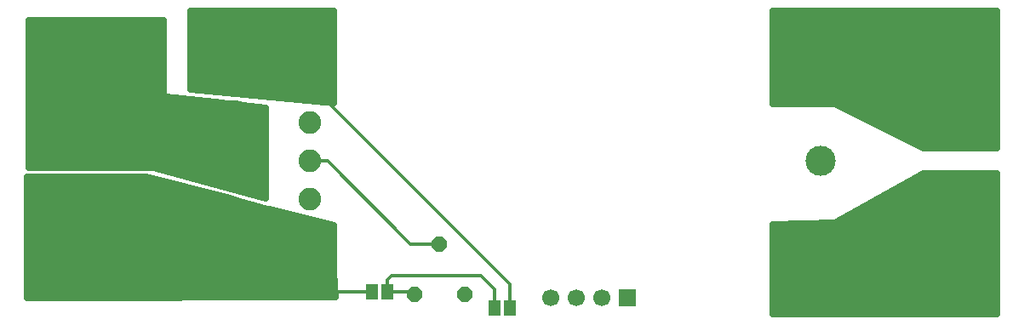
<source format=gbl>
G04 DipTrace 3.2.0.1*
G04 Bottom.GBL*
%MOIN*%
G04 #@! TF.FileFunction,Copper,L2,Bot*
G04 #@! TF.Part,Single*
%AMOUTLINE0*
4,1,8,
0.030488,-0.012629,
0.012629,-0.030488,
-0.012629,-0.030488,
-0.030488,-0.012629,
-0.030488,0.012629,
-0.012629,0.030488,
0.012629,0.030488,
0.030488,0.012629,
0.030488,-0.012629,
0*%
%AMOUTLINE1*
4,1,20,
0.0,0.070866,
0.027374,0.067398,
0.052068,0.057332,
0.071665,0.041654,
0.084247,0.021899,
0.088583,0.0,
0.084247,-0.021899,
0.071665,-0.041654,
0.052068,-0.057332,
0.027374,-0.067398,
0.0,-0.070866,
-0.027374,-0.067398,
-0.052068,-0.057332,
-0.071665,-0.041654,
-0.084247,-0.021899,
-0.088583,0.0,
-0.084247,0.021899,
-0.071665,0.041654,
-0.052068,0.057332,
-0.027374,0.067398,
0.0,0.070866,
0*%
G04 #@! TA.AperFunction,Conductor*
%ADD15C,0.012992*%
G04 #@! TA.AperFunction,CopperBalancing*
%ADD16C,0.025*%
G04 #@! TA.AperFunction,ComponentPad*
%ADD17R,0.066929X0.066929*%
%ADD18C,0.066929*%
%ADD19C,0.23622*%
%ADD20C,0.11811*%
%ADD21C,0.088583*%
%ADD22C,0.15*%
%ADD23C,0.062992*%
%ADD30R,0.046X0.063*%
G04 #@! TA.AperFunction,ComponentPad*
%ADD65OUTLINE0*%
%ADD66OUTLINE1*%
%FSLAX26Y26*%
G04*
G70*
G90*
G75*
G01*
G04 Bottom*
%LPD*%
X1953740Y81251D2*
D15*
Y172491D1*
X1169980Y956251D1*
Y356251D2*
Y209991D1*
X1236222Y143749D1*
X1416240D1*
X1169980Y656251D2*
X1241240D1*
X1566240Y331251D1*
X1678740D1*
X1476240Y143751D2*
Y191249D1*
X1491240Y206249D1*
X1841240D1*
X1893740Y153751D1*
Y81251D1*
X1476240Y143751D2*
X1570965D1*
X1580315Y134400D1*
X68759Y568882D2*
D16*
X620932D1*
X68759Y544013D2*
X717173D1*
X68759Y519144D2*
X813450D1*
X68759Y494276D2*
X906606D1*
X68759Y469407D2*
X996136D1*
X68759Y444538D2*
X1102247D1*
X68759Y419669D2*
X1198524D1*
X68759Y394801D2*
X1263726D1*
X68759Y369932D2*
X1263726D1*
X68759Y345063D2*
X1263726D1*
X68759Y320194D2*
X1263726D1*
X68759Y295325D2*
X1263726D1*
X68759Y270457D2*
X1263726D1*
X68759Y245588D2*
X1263726D1*
X68759Y220719D2*
X1263726D1*
X68759Y195850D2*
X1265052D1*
X68759Y170982D2*
X1266524D1*
X68759Y146113D2*
X1267996D1*
X68759Y121244D2*
X542597D1*
X532895Y592259D2*
X66257D1*
X66240Y118836D1*
X1271749Y124933D1*
X1266240Y218751D1*
Y402801D1*
X1015003Y467722D1*
X1009054Y467276D1*
X1004924Y467747D1*
X896685Y497728D1*
X857579Y508390D1*
X532900Y592265D1*
X2987508Y1218882D2*
X3857472D1*
X2987508Y1194013D2*
X3857472D1*
X2987508Y1169144D2*
X3857472D1*
X2987508Y1144276D2*
X3857472D1*
X2987508Y1119407D2*
X3857472D1*
X2987508Y1094538D2*
X3857472D1*
X2987508Y1069669D2*
X3857472D1*
X2987508Y1044801D2*
X3857472D1*
X2987508Y1019932D2*
X3857472D1*
X2987508Y995063D2*
X3857472D1*
X2987508Y970194D2*
X3857472D1*
X2987508Y945325D2*
X3857472D1*
X2987508Y920457D2*
X3857472D1*
X2987508Y895588D2*
X3857472D1*
X3248996Y870719D2*
X3857472D1*
X3298732Y845850D2*
X3857472D1*
X3348467Y820982D2*
X3857472D1*
X3398202Y796113D2*
X3857472D1*
X3447938Y771244D2*
X3857472D1*
X3497673Y746375D2*
X3857472D1*
X3547409Y721507D2*
X3857472D1*
X3859967Y1243751D2*
X2984958Y1243749D1*
X2984991Y881224D1*
X3224352Y881112D1*
X3227186Y880335D1*
X3575454Y706243D1*
X3859958Y706249D1*
X3859990Y1243747D1*
X3533307Y581382D2*
X3857472D1*
X3488379Y556513D2*
X3857472D1*
X3443453Y531644D2*
X3857472D1*
X3398525Y506776D2*
X3857472D1*
X3353598Y481907D2*
X3857472D1*
X3308672Y457038D2*
X3857472D1*
X3263744Y432169D2*
X3857472D1*
X3017184Y407301D2*
X3857472D1*
X2987508Y382432D2*
X3857472D1*
X2987508Y357563D2*
X3857472D1*
X2987508Y332694D2*
X3857472D1*
X2987508Y307825D2*
X3857472D1*
X2987508Y282957D2*
X3857472D1*
X2987508Y258088D2*
X3857472D1*
X2987508Y233219D2*
X3857472D1*
X2987508Y208350D2*
X3857472D1*
X2987508Y183482D2*
X3857472D1*
X2987508Y158613D2*
X3857472D1*
X2987508Y133744D2*
X3857472D1*
X2987508Y108875D2*
X3857472D1*
X2987508Y84007D2*
X3857472D1*
X2987508Y59138D2*
X3857472D1*
X3859990Y56273D2*
Y606234D1*
X3575720Y606251D1*
X3226759Y413252D1*
X3223898Y412580D1*
X2985000Y406558D1*
X2984991Y56226D1*
X3859958Y56249D1*
X706259Y1218882D2*
X1263743D1*
X706259Y1194013D2*
X1263743D1*
X706259Y1169144D2*
X1263743D1*
X706259Y1144276D2*
X1263743D1*
X706259Y1119407D2*
X1263743D1*
X706259Y1094538D2*
X1263743D1*
X706259Y1069669D2*
X1263743D1*
X706259Y1044801D2*
X1263743D1*
X706259Y1019932D2*
X1263743D1*
X706259Y995063D2*
X1263743D1*
X706259Y970194D2*
X1263743D1*
X706259Y945325D2*
X1263743D1*
X872331Y920457D2*
X1263743D1*
X1132096Y895588D2*
X1263743D1*
X1266217Y1243749D2*
X703747Y1243751D1*
X703740Y936343D1*
X1266215Y882505D1*
X1266240Y1243776D1*
X75008Y1181382D2*
X594993D1*
X75008Y1156513D2*
X594993D1*
X75008Y1131644D2*
X594993D1*
X75008Y1106776D2*
X594993D1*
X75008Y1081907D2*
X594993D1*
X75008Y1057038D2*
X594993D1*
X75008Y1032169D2*
X594993D1*
X75008Y1007301D2*
X594993D1*
X75008Y982432D2*
X594993D1*
X75008Y957563D2*
X594993D1*
X75008Y932694D2*
X594993D1*
X75008Y907825D2*
X601416D1*
X75008Y882957D2*
X819772D1*
X75008Y858088D2*
X994995D1*
X75008Y833219D2*
X994995D1*
X75008Y808350D2*
X994995D1*
X75008Y783482D2*
X994995D1*
X75008Y758613D2*
X994995D1*
X75008Y733744D2*
X994995D1*
X75008Y708875D2*
X994995D1*
X75008Y684007D2*
X994995D1*
X75008Y659138D2*
X994995D1*
X75008Y634269D2*
X994995D1*
X642839Y609400D2*
X994995D1*
X732370Y584531D2*
X994995D1*
X821900Y559663D2*
X994995D1*
X911432Y534794D2*
X994995D1*
X882854Y876327D2*
X873520Y875295D1*
X868319Y875543D1*
X837551Y879622D1*
X830496Y882056D1*
X607072Y906596D1*
X604316Y907613D1*
X601873Y909245D1*
X599878Y911403D1*
X598442Y913967D1*
X597644Y916795D1*
X597491Y927937D1*
Y1206219D1*
X72482Y1206251D1*
X72490Y631219D1*
X561408Y631169D1*
X572185Y628336D1*
X997493Y510196D1*
X997490Y863824D1*
X882888Y876327D1*
D17*
X2416240Y118749D3*
D18*
X2316240D3*
X2216240D3*
X2116240D3*
D19*
X3722491Y1131251D3*
Y831251D3*
Y468749D3*
Y168749D3*
D20*
X3169980Y956251D3*
Y656251D3*
Y356251D3*
D21*
X1169980Y656251D3*
Y506251D3*
Y806251D3*
D22*
Y956251D3*
Y356251D3*
D23*
X472491Y1106249D3*
X275640Y968454D3*
X472491Y830659D3*
X275640Y692864D3*
X472491Y555068D3*
X275640Y417273D3*
X472491Y279478D3*
X275640Y141682D3*
D65*
X1678740Y331251D3*
X1777165Y134400D3*
X1580315D3*
D30*
X1416240Y143749D3*
X1476240D3*
X1953740Y81251D3*
X1893740D3*
D66*
X872490Y625000D3*
Y821850D3*
Y979331D3*
Y1176181D3*
M02*

</source>
